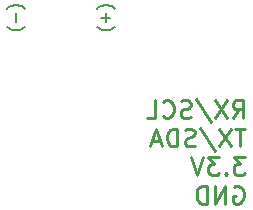
<source format=gbo>
G04 #@! TF.GenerationSoftware,KiCad,Pcbnew,6.0.11+dfsg-1*
G04 #@! TF.CreationDate,2024-07-23T18:01:40-05:00*
G04 #@! TF.ProjectId,hootswitch,686f6f74-7377-4697-9463-682e6b696361,rev?*
G04 #@! TF.SameCoordinates,Original*
G04 #@! TF.FileFunction,Legend,Bot*
G04 #@! TF.FilePolarity,Positive*
%FSLAX46Y46*%
G04 Gerber Fmt 4.6, Leading zero omitted, Abs format (unit mm)*
G04 Created by KiCad (PCBNEW 6.0.11+dfsg-1) date 2024-07-23 18:01:40*
%MOMM*%
%LPD*%
G01*
G04 APERTURE LIST*
%ADD10C,0.150000*%
%ADD11C,0.250000*%
%ADD12R,1.600000X1.600000*%
%ADD13C,1.600000*%
%ADD14C,2.700000*%
%ADD15C,1.400000*%
%ADD16C,3.200000*%
%ADD17C,2.400000*%
%ADD18C,1.700000*%
%ADD19R,1.700000X1.700000*%
%ADD20O,1.700000X1.700000*%
%ADD21R,4.000000X4.000000*%
%ADD22C,3.300000*%
%ADD23C,3.500000*%
%ADD24O,1.500000X1.500000*%
%ADD25O,1.800000X1.800000*%
%ADD26R,2.000000X2.000000*%
%ADD27C,2.000000*%
G04 APERTURE END LIST*
D10*
X75001333Y-102108095D02*
X74953714Y-102060476D01*
X74810857Y-101965238D01*
X74715619Y-101917619D01*
X74572761Y-101870000D01*
X74334666Y-101822380D01*
X74144190Y-101822380D01*
X73906095Y-101870000D01*
X73763238Y-101917619D01*
X73668000Y-101965238D01*
X73525142Y-102060476D01*
X73477523Y-102108095D01*
X74239428Y-102489047D02*
X74239428Y-103250952D01*
X74620380Y-102870000D02*
X73858476Y-102870000D01*
X75001333Y-103631904D02*
X74953714Y-103679523D01*
X74810857Y-103774761D01*
X74715619Y-103822380D01*
X74572761Y-103870000D01*
X74334666Y-103917619D01*
X74144190Y-103917619D01*
X73906095Y-103870000D01*
X73763238Y-103822380D01*
X73668000Y-103774761D01*
X73525142Y-103679523D01*
X73477523Y-103631904D01*
X67381333Y-102108095D02*
X67333714Y-102060476D01*
X67190857Y-101965238D01*
X67095619Y-101917619D01*
X66952761Y-101870000D01*
X66714666Y-101822380D01*
X66524190Y-101822380D01*
X66286095Y-101870000D01*
X66143238Y-101917619D01*
X66048000Y-101965238D01*
X65905142Y-102060476D01*
X65857523Y-102108095D01*
X66619428Y-102489047D02*
X66619428Y-103250952D01*
X67381333Y-103631904D02*
X67333714Y-103679523D01*
X67190857Y-103774761D01*
X67095619Y-103822380D01*
X66952761Y-103870000D01*
X66714666Y-103917619D01*
X66524190Y-103917619D01*
X66286095Y-103870000D01*
X66143238Y-103822380D01*
X66048000Y-103774761D01*
X65905142Y-103679523D01*
X65857523Y-103631904D01*
D11*
X84983214Y-111356071D02*
X85483214Y-110641785D01*
X85840357Y-111356071D02*
X85840357Y-109856071D01*
X85268928Y-109856071D01*
X85126071Y-109927500D01*
X85054642Y-109998928D01*
X84983214Y-110141785D01*
X84983214Y-110356071D01*
X85054642Y-110498928D01*
X85126071Y-110570357D01*
X85268928Y-110641785D01*
X85840357Y-110641785D01*
X84483214Y-109856071D02*
X83483214Y-111356071D01*
X83483214Y-109856071D02*
X84483214Y-111356071D01*
X81840357Y-109784642D02*
X83126071Y-111713214D01*
X81411785Y-111284642D02*
X81197500Y-111356071D01*
X80840357Y-111356071D01*
X80697500Y-111284642D01*
X80626071Y-111213214D01*
X80554642Y-111070357D01*
X80554642Y-110927500D01*
X80626071Y-110784642D01*
X80697500Y-110713214D01*
X80840357Y-110641785D01*
X81126071Y-110570357D01*
X81268928Y-110498928D01*
X81340357Y-110427500D01*
X81411785Y-110284642D01*
X81411785Y-110141785D01*
X81340357Y-109998928D01*
X81268928Y-109927500D01*
X81126071Y-109856071D01*
X80768928Y-109856071D01*
X80554642Y-109927500D01*
X79054642Y-111213214D02*
X79126071Y-111284642D01*
X79340357Y-111356071D01*
X79483214Y-111356071D01*
X79697500Y-111284642D01*
X79840357Y-111141785D01*
X79911785Y-110998928D01*
X79983214Y-110713214D01*
X79983214Y-110498928D01*
X79911785Y-110213214D01*
X79840357Y-110070357D01*
X79697500Y-109927500D01*
X79483214Y-109856071D01*
X79340357Y-109856071D01*
X79126071Y-109927500D01*
X79054642Y-109998928D01*
X77697500Y-111356071D02*
X78411785Y-111356071D01*
X78411785Y-109856071D01*
X86054642Y-112271071D02*
X85197500Y-112271071D01*
X85626071Y-113771071D02*
X85626071Y-112271071D01*
X84840357Y-112271071D02*
X83840357Y-113771071D01*
X83840357Y-112271071D02*
X84840357Y-113771071D01*
X82197500Y-112199642D02*
X83483214Y-114128214D01*
X81768928Y-113699642D02*
X81554642Y-113771071D01*
X81197500Y-113771071D01*
X81054642Y-113699642D01*
X80983214Y-113628214D01*
X80911785Y-113485357D01*
X80911785Y-113342500D01*
X80983214Y-113199642D01*
X81054642Y-113128214D01*
X81197500Y-113056785D01*
X81483214Y-112985357D01*
X81626071Y-112913928D01*
X81697500Y-112842500D01*
X81768928Y-112699642D01*
X81768928Y-112556785D01*
X81697500Y-112413928D01*
X81626071Y-112342500D01*
X81483214Y-112271071D01*
X81126071Y-112271071D01*
X80911785Y-112342500D01*
X80268928Y-113771071D02*
X80268928Y-112271071D01*
X79911785Y-112271071D01*
X79697500Y-112342500D01*
X79554642Y-112485357D01*
X79483214Y-112628214D01*
X79411785Y-112913928D01*
X79411785Y-113128214D01*
X79483214Y-113413928D01*
X79554642Y-113556785D01*
X79697500Y-113699642D01*
X79911785Y-113771071D01*
X80268928Y-113771071D01*
X78840357Y-113342500D02*
X78126071Y-113342500D01*
X78983214Y-113771071D02*
X78483214Y-112271071D01*
X77983214Y-113771071D01*
X85983214Y-114686071D02*
X85054642Y-114686071D01*
X85554642Y-115257500D01*
X85340357Y-115257500D01*
X85197500Y-115328928D01*
X85126071Y-115400357D01*
X85054642Y-115543214D01*
X85054642Y-115900357D01*
X85126071Y-116043214D01*
X85197500Y-116114642D01*
X85340357Y-116186071D01*
X85768928Y-116186071D01*
X85911785Y-116114642D01*
X85983214Y-116043214D01*
X84411785Y-116043214D02*
X84340357Y-116114642D01*
X84411785Y-116186071D01*
X84483214Y-116114642D01*
X84411785Y-116043214D01*
X84411785Y-116186071D01*
X83840357Y-114686071D02*
X82911785Y-114686071D01*
X83411785Y-115257500D01*
X83197500Y-115257500D01*
X83054642Y-115328928D01*
X82983214Y-115400357D01*
X82911785Y-115543214D01*
X82911785Y-115900357D01*
X82983214Y-116043214D01*
X83054642Y-116114642D01*
X83197500Y-116186071D01*
X83626071Y-116186071D01*
X83768928Y-116114642D01*
X83840357Y-116043214D01*
X82483214Y-114686071D02*
X81983214Y-116186071D01*
X81483214Y-114686071D01*
X85054642Y-117172500D02*
X85197500Y-117101071D01*
X85411785Y-117101071D01*
X85626071Y-117172500D01*
X85768928Y-117315357D01*
X85840357Y-117458214D01*
X85911785Y-117743928D01*
X85911785Y-117958214D01*
X85840357Y-118243928D01*
X85768928Y-118386785D01*
X85626071Y-118529642D01*
X85411785Y-118601071D01*
X85268928Y-118601071D01*
X85054642Y-118529642D01*
X84983214Y-118458214D01*
X84983214Y-117958214D01*
X85268928Y-117958214D01*
X84340357Y-118601071D02*
X84340357Y-117101071D01*
X83483214Y-118601071D01*
X83483214Y-117101071D01*
X82768928Y-118601071D02*
X82768928Y-117101071D01*
X82411785Y-117101071D01*
X82197500Y-117172500D01*
X82054642Y-117315357D01*
X81983214Y-117458214D01*
X81911785Y-117743928D01*
X81911785Y-117958214D01*
X81983214Y-118243928D01*
X82054642Y-118386785D01*
X82197500Y-118529642D01*
X82411785Y-118601071D01*
X82768928Y-118601071D01*
%LPC*%
D12*
X80645000Y-101346000D03*
D13*
X83145000Y-101346000D03*
D14*
X70000000Y-74000000D03*
D15*
X116650000Y-68500000D03*
X123350000Y-68500000D03*
X116650000Y-71000000D03*
X123350000Y-71000000D03*
D16*
X120000000Y-64700000D03*
X113240000Y-65510000D03*
X126760000Y-65510000D03*
D15*
X96650000Y-68500000D03*
X103350000Y-68500000D03*
X96650000Y-71000000D03*
X103350000Y-71000000D03*
D16*
X100000000Y-64700000D03*
X106760000Y-65510000D03*
X93240000Y-65510000D03*
D15*
X68500000Y-126350000D03*
X68500000Y-119650000D03*
X71000000Y-126350000D03*
X71000000Y-119650000D03*
D16*
X64700000Y-123000000D03*
X65510000Y-129760000D03*
X65510000Y-116240000D03*
D17*
X149250000Y-142700000D03*
X156250000Y-142700000D03*
D18*
X155000000Y-145200000D03*
X150500000Y-145200000D03*
D19*
X156718000Y-132583000D03*
D20*
X156718000Y-135123000D03*
D13*
X63100000Y-94000000D03*
D21*
X72100000Y-94000000D03*
D22*
X66100000Y-94000000D03*
D23*
X65100000Y-89500000D03*
X65100000Y-98500000D03*
D24*
X107575000Y-141970000D03*
X112425000Y-141970000D03*
D25*
X107275000Y-145000000D03*
X112725000Y-145000000D03*
D20*
X118890000Y-145130000D03*
X118890000Y-142590000D03*
D19*
X118890000Y-140050000D03*
D20*
X118890000Y-137510000D03*
X118890000Y-134970000D03*
X118890000Y-132430000D03*
X118890000Y-129890000D03*
D19*
X118890000Y-127350000D03*
D20*
X118890000Y-124810000D03*
X118890000Y-122270000D03*
X118890000Y-119730000D03*
X118890000Y-117190000D03*
D19*
X118890000Y-114650000D03*
D20*
X118890000Y-112110000D03*
X118890000Y-109570000D03*
X118890000Y-107030000D03*
X118890000Y-104490000D03*
D19*
X118890000Y-101950000D03*
D20*
X118890000Y-99410000D03*
X118890000Y-96870000D03*
X101110000Y-96870000D03*
X101110000Y-99410000D03*
D19*
X101110000Y-101950000D03*
D20*
X101110000Y-104490000D03*
X101110000Y-107030000D03*
X101110000Y-109570000D03*
X101110000Y-112110000D03*
D19*
X101110000Y-114650000D03*
D20*
X101110000Y-117190000D03*
X101110000Y-119730000D03*
X101110000Y-122270000D03*
X101110000Y-124810000D03*
D19*
X101110000Y-127350000D03*
D20*
X101110000Y-129890000D03*
X101110000Y-132430000D03*
X101110000Y-134970000D03*
X101110000Y-137510000D03*
D19*
X101110000Y-140050000D03*
D20*
X101110000Y-142590000D03*
X101110000Y-145130000D03*
X112540000Y-97100000D03*
D19*
X110000000Y-97100000D03*
D20*
X107460000Y-97100000D03*
D15*
X136650000Y-68500000D03*
X143350000Y-68500000D03*
X136650000Y-71000000D03*
X143350000Y-71000000D03*
D16*
X133240000Y-65510000D03*
X140000000Y-64700000D03*
X146760000Y-65510000D03*
D26*
X152400000Y-109230000D03*
D27*
X152400000Y-116830000D03*
D19*
X88265000Y-110490000D03*
D20*
X88265000Y-113030000D03*
X88265000Y-115570000D03*
X88265000Y-118110000D03*
D14*
X150000000Y-74000000D03*
D27*
X64770000Y-109855000D03*
X69850000Y-109855000D03*
D15*
X76650000Y-68500000D03*
X83350000Y-68500000D03*
X76650000Y-71000000D03*
X83350000Y-71000000D03*
D16*
X80000000Y-64700000D03*
X86760000Y-65510000D03*
X73240000Y-65510000D03*
D14*
X150000000Y-134000000D03*
D15*
X83350000Y-139500000D03*
X76650000Y-139500000D03*
X83350000Y-137000000D03*
X76650000Y-137000000D03*
D16*
X86760000Y-142490000D03*
X80000000Y-143300000D03*
X73240000Y-142490000D03*
D14*
X70000000Y-134000000D03*
D19*
X91325000Y-137389000D03*
D20*
X93865000Y-137389000D03*
X91325000Y-139929000D03*
X93865000Y-139929000D03*
D19*
X71755000Y-102870000D03*
D20*
X69215000Y-102870000D03*
M02*

</source>
